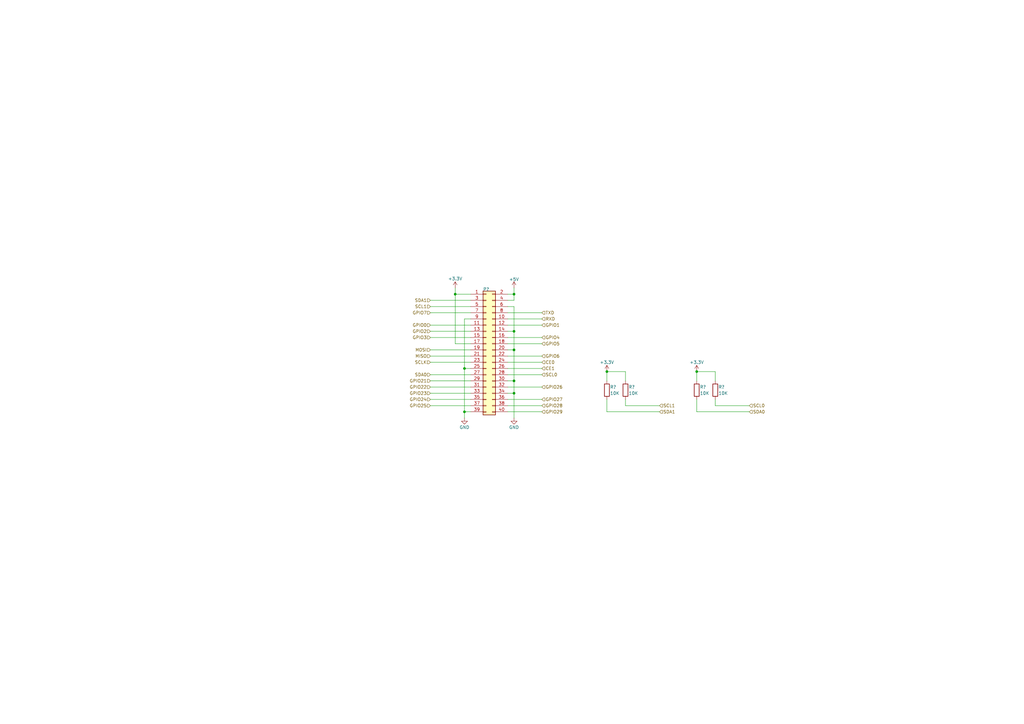
<source format=kicad_sch>
(kicad_sch (version 20230121) (generator eeschema)
  (paper "A3")
  (title_block (title "HPM6E00FULLPORTRevB") (date "2024-09-12") (rev "RevA") (comment 1 "RASPBERRY-PI"))
  (lib_symbols
    (symbol "02_HPM_Resistor:10K_0402" (pin_numbers hide) (pin_names (offset 0))
      (property "Reference" "R" (at 0 3.81 0))
      (property "Value" "10K" (at 0 6.35 0))
      (symbol "10K_0402_0_1"
        (rectangle (start 2.54 -1.016) (end -2.54 1.016) (stroke (width 0.254)))
      )
      (symbol "10K_0402_1_1"
        (pin passive line (at -3.81 0 0) (length 1.27) (name "~") (number "1"))
        (pin passive line (at 3.81 0 180) (length 1.27) (name "~") (number "2"))
      )
    )
    (symbol "05_HPM_Connector_PinHeader:Conn_02x20"
      (property "Reference" "J" (at 0 0 0))
      (property "Value" "Conn_02x20" (at 0 -55.88 0))
      (symbol "Conn_02x20_1_1"
        (rectangle (start 0 -49.4284) (end 1.27 -49.6824) (stroke (width 0.1524)))
        (rectangle (start 0 -46.8884) (end 1.27 -47.1424) (stroke (width 0.1524)))
        (rectangle (start 0 -44.3484) (end 1.27 -44.6024) (stroke (width 0.1524)))
        (rectangle (start 0 -41.8084) (end 1.27 -42.0624) (stroke (width 0.1524)))
        (rectangle (start 0 -39.2684) (end 1.27 -39.5224) (stroke (width 0.1524)))
        (rectangle (start 0 -36.7284) (end 1.27 -36.9824) (stroke (width 0.1524)))
        (rectangle (start 0 -34.1884) (end 1.27 -34.4424) (stroke (width 0.1524)))
        (rectangle (start 0 -31.6484) (end 1.27 -31.9024) (stroke (width 0.1524)))
        (rectangle (start 0 -29.1084) (end 1.27 -29.3624) (stroke (width 0.1524)))
        (rectangle (start 0 -26.5684) (end 1.27 -26.8224) (stroke (width 0.1524)))
        (rectangle (start 0 -24.003) (end 1.27 -24.257) (stroke (width 0.1524)))
        (rectangle (start 0 -21.463) (end 1.27 -21.717) (stroke (width 0.1524)))
        (rectangle (start 0 -18.923) (end 1.27 -19.177) (stroke (width 0.1524)))
        (rectangle (start 0 -16.383) (end 1.27 -16.637) (stroke (width 0.1524)))
        (rectangle (start 0 -13.843) (end 1.27 -14.097) (stroke (width 0.1524)))
        (rectangle (start 0 -11.303) (end 1.27 -11.557) (stroke (width 0.1524)))
        (rectangle (start 0 -8.763) (end 1.27 -9.017) (stroke (width 0.1524)))
        (rectangle (start 0 -6.223) (end 1.27 -6.477) (stroke (width 0.1524)))
        (rectangle (start 0 -3.683) (end 1.27 -3.937) (stroke (width 0.1524)))
        (rectangle (start 0 -1.143) (end 1.27 -1.397) (stroke (width 0.1524)))
        (rectangle (start 0 0) (end 5.08 -50.8) (stroke (width 0.254)) (fill (type background)))
        (rectangle (start 5.08 -49.4284) (end 3.81 -49.6824) (stroke (width 0.1524)))
        (rectangle (start 5.08 -46.8884) (end 3.81 -47.1424) (stroke (width 0.1524)))
        (rectangle (start 5.08 -44.3484) (end 3.81 -44.6024) (stroke (width 0.1524)))
        (rectangle (start 5.08 -41.8084) (end 3.81 -42.0624) (stroke (width 0.1524)))
        (rectangle (start 5.08 -39.2684) (end 3.81 -39.5224) (stroke (width 0.1524)))
        (rectangle (start 5.08 -36.7284) (end 3.81 -36.9824) (stroke (width 0.1524)))
        (rectangle (start 5.08 -34.1884) (end 3.81 -34.4424) (stroke (width 0.1524)))
        (rectangle (start 5.08 -31.6484) (end 3.81 -31.9024) (stroke (width 0.1524)))
        (rectangle (start 5.08 -29.1084) (end 3.81 -29.3624) (stroke (width 0.1524)))
        (rectangle (start 5.08 -26.5684) (end 3.81 -26.8224) (stroke (width 0.1524)))
        (rectangle (start 5.08 -24.003) (end 3.81 -24.257) (stroke (width 0.1524)))
        (rectangle (start 5.08 -21.463) (end 3.81 -21.717) (stroke (width 0.1524)))
        (rectangle (start 5.08 -18.923) (end 3.81 -19.177) (stroke (width 0.1524)))
        (rectangle (start 5.08 -16.383) (end 3.81 -16.637) (stroke (width 0.1524)))
        (rectangle (start 5.08 -13.843) (end 3.81 -14.097) (stroke (width 0.1524)))
        (rectangle (start 5.08 -11.303) (end 3.81 -11.557) (stroke (width 0.1524)))
        (rectangle (start 5.08 -8.763) (end 3.81 -9.017) (stroke (width 0.1524)))
        (rectangle (start 5.08 -6.223) (end 3.81 -6.477) (stroke (width 0.1524)))
        (rectangle (start 5.08 -3.683) (end 3.81 -3.937) (stroke (width 0.1524)))
        (rectangle (start 5.08 -1.143) (end 3.81 -1.397) (stroke (width 0.1524)))
        (pin passive line (at -5.08 -1.27 0) (length 5.08) (name "") (number "1"))
        (pin passive line (at 10.16 -11.43 180) (length 5.08) (name "") (number "10"))
        (pin passive line (at -5.08 -13.97 0) (length 5.08) (name "") (number "11"))
        (pin passive line (at 10.16 -13.97 180) (length 5.08) (name "") (number "12"))
        (pin passive line (at -5.08 -16.51 0) (length 5.08) (name "") (number "13"))
        (pin passive line (at 10.16 -16.51 180) (length 5.08) (name "") (number "14"))
        (pin passive line (at -5.08 -19.05 0) (length 5.08) (name "") (number "15"))
        (pin passive line (at 10.16 -19.05 180) (length 5.08) (name "") (number "16"))
        (pin passive line (at -5.08 -21.59 0) (length 5.08) (name "") (number "17"))
        (pin passive line (at 10.16 -21.59 180) (length 5.08) (name "") (number "18"))
        (pin passive line (at -5.08 -24.13 0) (length 5.08) (name "") (number "19"))
        (pin passive line (at 10.16 -1.27 180) (length 5.08) (name "") (number "2"))
        (pin passive line (at 10.16 -24.13 180) (length 5.08) (name "") (number "20"))
        (pin passive line (at -5.08 -26.67 0) (length 5.08) (name "") (number "21"))
        (pin passive line (at 10.16 -26.67 180) (length 5.08) (name "") (number "22"))
        (pin passive line (at -5.08 -29.21 0) (length 5.08) (name "") (number "23"))
        (pin passive line (at 10.16 -29.21 180) (length 5.08) (name "") (number "24"))
        (pin passive line (at -5.08 -31.75 0) (length 5.08) (name "") (number "25"))
        (pin passive line (at 10.16 -31.75 180) (length 5.08) (name "") (number "26"))
        (pin passive line (at -5.08 -34.29 0) (length 5.08) (name "") (number "27"))
        (pin passive line (at 10.16 -34.29 180) (length 5.08) (name "") (number "28"))
        (pin passive line (at -5.08 -36.83 0) (length 5.08) (name "") (number "29"))
        (pin passive line (at -5.08 -3.81 0) (length 5.08) (name "") (number "3"))
        (pin passive line (at 10.16 -36.83 180) (length 5.08) (name "") (number "30"))
        (pin passive line (at -5.08 -39.37 0) (length 5.08) (name "") (number "31"))
        (pin passive line (at 10.16 -39.37 180) (length 5.08) (name "") (number "32"))
        (pin passive line (at -5.08 -41.91 0) (length 5.08) (name "") (number "33"))
        (pin passive line (at 10.16 -41.91 180) (length 5.08) (name "") (number "34"))
        (pin passive line (at -5.08 -44.45 0) (length 5.08) (name "") (number "35"))
        (pin passive line (at 10.16 -44.45 180) (length 5.08) (name "") (number "36"))
        (pin passive line (at -5.08 -46.99 0) (length 5.08) (name "") (number "37"))
        (pin passive line (at 10.16 -46.99 180) (length 5.08) (name "") (number "38"))
        (pin passive line (at -5.08 -49.53 0) (length 5.08) (name "") (number "39"))
        (pin passive line (at 10.16 -3.81 180) (length 5.08) (name "") (number "4"))
        (pin passive line (at 10.16 -49.53 180) (length 5.08) (name "") (number "40"))
        (pin passive line (at -5.08 -6.35 0) (length 5.08) (name "") (number "5"))
        (pin passive line (at 10.16 -6.35 180) (length 5.08) (name "") (number "6"))
        (pin passive line (at -5.08 -8.89 0) (length 5.08) (name "") (number "7"))
        (pin passive line (at 10.16 -8.89 180) (length 5.08) (name "") (number "8"))
        (pin passive line (at -5.08 -11.43 0) (length 5.08) (name "") (number "9"))
      )
    )
    (symbol "98_POWER:GND" (power) (pin_names (offset 0))
      (property "Value" "GND" (at 0 -3.81 0))
      (symbol "GND_0_1"
        (polyline (pts (xy 0 0) (xy 0 -1.27) (xy 1.27 -1.27) (xy 0 -2.54) (xy -1.27 -1.27) (xy 0 -1.27)))
      )
      (symbol "GND_1_1"
        (pin power_in line (at 0 0 270) (length 0) hide (name "GND") (number "1"))
      )
    )
    (symbol "power:+3.3V" (power) (pin_names (offset 0))
      (property "Value" "+3.3V" (at 0 3.556 0))
      (symbol "+3.3V_0_1"
        (polyline (pts (xy -0.762 1.27) (xy 0 2.54)))
        (polyline (pts (xy 0 0) (xy 0 2.54)))
        (polyline (pts (xy 0 2.54) (xy 0.762 1.27)))
      )
      (symbol "+3.3V_1_1"
        (pin power_in line (at 0 0 90) (length 0) hide (name "+3.3V") (number "1"))
      )
    )
    (symbol "power:+5V" (power) (pin_names (offset 0))
      (property "Value" "+5V" (at 0 3.556 0))
      (symbol "+5V_0_1"
        (polyline (pts (xy -0.762 1.27) (xy 0 2.54)))
        (polyline (pts (xy 0 0) (xy 0 2.54)))
        (polyline (pts (xy 0 2.54) (xy 0.762 1.27)))
      )
      (symbol "+5V_1_1"
        (pin power_in line (at 0 0 90) (length 0) hide (name "+5V") (number "1"))
      )
    )
  )
  (junction (at 285.75 152.4))
  (junction (at 190.5 151.13))
  (junction (at 190.5 168.91))
  (junction (at 248.92 152.4))
  (junction (at 210.82 143.51))
  (junction (at 210.82 161.29))
  (junction (at 186.69 120.65))
  (junction (at 210.82 120.65))
  (junction (at 210.82 135.89))
  (junction (at 210.82 156.21))
  (wire (pts (xy 210.82 118.11) (xy 210.82 120.65)))
  (wire (pts (xy 210.82 125.73) (xy 210.82 135.89)))
  (wire (pts (xy 208.28 161.29) (xy 210.82 161.29)))
  (wire (pts (xy 208.28 133.35) (xy 222.25 133.35)))
  (wire (pts (xy 285.75 163.83) (xy 285.75 168.91)))
  (wire (pts (xy 176.53 156.21) (xy 193.04 156.21)))
  (wire (pts (xy 208.28 146.05) (xy 222.25 146.05)))
  (wire (pts (xy 293.37 152.4) (xy 285.75 152.4)))
  (wire (pts (xy 176.53 153.67) (xy 193.04 153.67)))
  (wire (pts (xy 256.54 163.83) (xy 256.54 166.37)))
  (wire (pts (xy 208.28 153.67) (xy 222.25 153.67)))
  (wire (pts (xy 293.37 166.37) (xy 307.34 166.37)))
  (wire (pts (xy 186.69 120.65) (xy 186.69 140.97)))
  (wire (pts (xy 176.53 161.29) (xy 193.04 161.29)))
  (wire (pts (xy 176.53 135.89) (xy 193.04 135.89)))
  (wire (pts (xy 208.28 166.37) (xy 222.25 166.37)))
  (wire (pts (xy 190.5 168.91) (xy 193.04 168.91)))
  (wire (pts (xy 208.28 120.65) (xy 210.82 120.65)))
  (wire (pts (xy 176.53 146.05) (xy 193.04 146.05)))
  (wire (pts (xy 186.69 140.97) (xy 193.04 140.97)))
  (wire (pts (xy 208.28 128.27) (xy 222.25 128.27)))
  (wire (pts (xy 248.92 152.4) (xy 248.92 156.21)))
  (wire (pts (xy 176.53 138.43) (xy 193.04 138.43)))
  (wire (pts (xy 210.82 143.51) (xy 210.82 156.21)))
  (wire (pts (xy 208.28 140.97) (xy 222.25 140.97)))
  (wire (pts (xy 176.53 128.27) (xy 193.04 128.27)))
  (wire (pts (xy 190.5 130.81) (xy 190.5 151.13)))
  (wire (pts (xy 186.69 118.11) (xy 186.69 120.65)))
  (wire (pts (xy 208.28 125.73) (xy 210.82 125.73)))
  (wire (pts (xy 248.92 163.83) (xy 248.92 168.91)))
  (wire (pts (xy 293.37 152.4) (xy 293.37 156.21)))
  (wire (pts (xy 186.69 120.65) (xy 193.04 120.65)))
  (wire (pts (xy 190.5 151.13) (xy 190.5 168.91)))
  (wire (pts (xy 293.37 163.83) (xy 293.37 166.37)))
  (wire (pts (xy 208.28 151.13) (xy 222.25 151.13)))
  (wire (pts (xy 176.53 125.73) (xy 193.04 125.73)))
  (wire (pts (xy 176.53 158.75) (xy 193.04 158.75)))
  (wire (pts (xy 176.53 163.83) (xy 193.04 163.83)))
  (wire (pts (xy 210.82 161.29) (xy 210.82 171.45)))
  (wire (pts (xy 208.28 168.91) (xy 222.25 168.91)))
  (wire (pts (xy 248.92 168.91) (xy 270.51 168.91)))
  (wire (pts (xy 256.54 152.4) (xy 256.54 156.21)))
  (wire (pts (xy 190.5 168.91) (xy 190.5 171.45)))
  (wire (pts (xy 208.28 143.51) (xy 210.82 143.51)))
  (wire (pts (xy 210.82 123.19) (xy 210.82 120.65)))
  (wire (pts (xy 193.04 130.81) (xy 190.5 130.81)))
  (wire (pts (xy 176.53 133.35) (xy 193.04 133.35)))
  (wire (pts (xy 208.28 135.89) (xy 210.82 135.89)))
  (wire (pts (xy 210.82 135.89) (xy 210.82 143.51)))
  (wire (pts (xy 208.28 123.19) (xy 210.82 123.19)))
  (wire (pts (xy 176.53 123.19) (xy 193.04 123.19)))
  (wire (pts (xy 176.53 148.59) (xy 193.04 148.59)))
  (wire (pts (xy 256.54 152.4) (xy 248.92 152.4)))
  (wire (pts (xy 208.28 156.21) (xy 210.82 156.21)))
  (wire (pts (xy 256.54 166.37) (xy 270.51 166.37)))
  (wire (pts (xy 176.53 143.51) (xy 193.04 143.51)))
  (wire (pts (xy 285.75 152.4) (xy 285.75 156.21)))
  (wire (pts (xy 208.28 138.43) (xy 222.25 138.43)))
  (wire (pts (xy 208.28 148.59) (xy 222.25 148.59)))
  (wire (pts (xy 190.5 151.13) (xy 193.04 151.13)))
  (wire (pts (xy 208.28 158.75) (xy 222.25 158.75)))
  (wire (pts (xy 208.28 130.81) (xy 222.25 130.81)))
  (wire (pts (xy 176.53 166.37) (xy 193.04 166.37)))
  (wire (pts (xy 208.28 163.83) (xy 222.25 163.83)))
  (wire (pts (xy 210.82 156.21) (xy 210.82 161.29)))
  (wire (pts (xy 285.75 168.91) (xy 307.34 168.91)))
  (text "${SHEETNAME}" (at 180.34 106.68 0) (effects (font (size 2.54 2.54) (thickness 0.508) bold) (justify left bottom)))
  (hierarchical_label "SCL0" (shape input) (at 307.34 166.37 0))
  (hierarchical_label "CE1" (shape input) (at 222.25 151.13 0))
  (hierarchical_label "GPIO5" (shape input) (at 222.25 140.97 0))
  (hierarchical_label "SCL1" (shape input) (at 176.53 125.73 180))
  (hierarchical_label "RXD" (shape input) (at 222.25 130.81 0))
  (hierarchical_label "SCL0" (shape input) (at 222.25 153.67 0))
  (hierarchical_label "GPIO6" (shape input) (at 222.25 146.05 0))
  (hierarchical_label "MISO" (shape input) (at 176.53 146.05 180))
  (hierarchical_label "CE0" (shape input) (at 222.25 148.59 0))
  (hierarchical_label "GPIO0" (shape input) (at 176.53 133.35 180))
  (hierarchical_label "SDA0" (shape input) (at 307.34 168.91 0))
  (hierarchical_label "GPIO24" (shape input) (at 176.53 163.83 180))
  (hierarchical_label "GPIO22" (shape input) (at 176.53 158.75 180))
  (hierarchical_label "SDA0" (shape input) (at 176.53 153.67 180))
  (hierarchical_label "GPIO4" (shape input) (at 222.25 138.43 0))
  (hierarchical_label "GPIO2" (shape input) (at 176.53 135.89 180))
  (hierarchical_label "GPIO3" (shape input) (at 176.53 138.43 180))
  (hierarchical_label "SCL1" (shape input) (at 270.51 166.37 0))
  (hierarchical_label "TXD" (shape input) (at 222.25 128.27 0))
  (hierarchical_label "SDA1" (shape input) (at 176.53 123.19 180))
  (hierarchical_label "GPIO21" (shape input) (at 176.53 156.21 180))
  (hierarchical_label "GPIO7" (shape input) (at 176.53 128.27 180))
  (hierarchical_label "GPIO29" (shape input) (at 222.25 168.91 0))
  (hierarchical_label "GPIO27" (shape input) (at 222.25 163.83 0))
  (hierarchical_label "SDA1" (shape input) (at 270.51 168.91 0))
  (hierarchical_label "GPIO25" (shape input) (at 176.53 166.37 180))
  (hierarchical_label "SCLK" (shape input) (at 176.53 148.59 180))
  (hierarchical_label "MOSI" (shape input) (at 176.53 143.51 180))
  (hierarchical_label "GPIO28" (shape input) (at 222.25 166.37 0))
  (hierarchical_label "GPIO1" (shape input) (at 222.25 133.35 0))
  (hierarchical_label "GPIO23" (shape input) (at 176.53 161.29 180))
  (hierarchical_label "GPIO26" (shape input) (at 222.25 158.75 0))
  (symbol (lib_id "05_HPM_Connector_PinHeader:Conn_02x20") (at 198.12 119.38 0) (unit 1)
    (property "Reference" "P?" (at 198.12 119.38 0) (effects (justify left bottom)))
    (property "Value" "双排排针2.54mm-40P" (effects hide))
    (property "Footprint" "05_HPM_Connector_PinHeader:PinHeader_2x20_P2.54mm_Vertical" (effects hide))
    (property "Model" "2.54mm 2*20P直针" (effects hide))
    (property "Company" " BOOMELE(博穆精密) " (effects hide))
    (instances (project "ART-PI" (path "" (reference "P?") (unit 1))) (project "HPM6200EVK" (path "" (reference "P?") (unit 1))) (project "HPM6E00FULLPORTRevB" (path "" (reference "P?") (unit 1)) (path "" (reference "P1") (unit 1))) (project "07-HPM5300-RASPBERRY-PI" (path "" (reference "P?") (unit 1))) (project "HPM5300 EVK REVC" (path "" (reference "P?") (unit 1))))
  )
  (symbol (lib_id "power:+3.3V") (at 285.75 152.4 0) (unit 1)
    (property "Reference" "#PWR?" (effects hide))
    (property "Value" "+3.3V" (at 285.75 148.59 0))
    (instances (project "HPM6E00-PA00-PA31-JTAG-BOOT-LED-KEY" (path "" (reference "#PWR?") (unit 1))) (project "HPM6E00 SKT Board BGA289_BDIF REVA" (path "" (reference "#PWR?") (unit 1))) (project "HPM5300-CON-JTAG" (path "" (reference "#PWR?") (unit 1))) (project "HPM6E00FULLPORTRevB" (path "" (reference "#PWR?") (unit 1)) (path "" (reference "#PWR0109") (unit 1)) (path "" (reference "#PWR?") (unit 1)) (path "" (reference "#PWR0170") (unit 1))) (project "HPM5300 SKT Board LQFP100 REVA" (path "" (reference "#PWR?") (unit 1))))
  )
  (symbol (lib_id "power:+3.3V") (at 186.69 118.11 0) (unit 1)
    (property "Reference" "#PWR?" (effects hide))
    (property "Value" "+3.3V" (at 186.69 114.3 0))
    (instances (project "HPM6E00-PA00-PA31-JTAG-BOOT-LED-KEY" (path "" (reference "#PWR?") (unit 1))) (project "HPM6E00 SKT Board BGA289_BDIF REVA" (path "" (reference "#PWR?") (unit 1))) (project "HPM5300-CON-JTAG" (path "" (reference "#PWR?") (unit 1))) (project "HPM6E00FULLPORTRevB" (path "" (reference "#PWR?") (unit 1)) (path "" (reference "#PWR0109") (unit 1)) (path "" (reference "#PWR?") (unit 1)) (path "" (reference "#PWR0165") (unit 1))) (project "HPM5300 SKT Board LQFP100 REVA" (path "" (reference "#PWR?") (unit 1))))
  )
  (symbol (lib_id "02_HPM_Resistor:10K_0402") (at 248.92 160.02 90) (unit 1)
    (property "Reference" "R?" (at 250.19 158.75 90) (effects (justify right)))
    (property "Value" "10K" (at 250.19 161.29 90) (effects (justify right)))
    (property "Footprint" "02_HPM_Resistor:R_0402_1005Metric" (effects hide))
    (property "Model" "0402WGF1002TCE" (effects hide))
    (property "Company" "UNI-ROYAL(厚声)" (effects hide))
    (instances (project "ART-PI" (path "" (reference "R?") (unit 1))) (project "HPM6E00FULLPORTRevB" (path "" (reference "R?") (unit 1)) (path "" (reference "R103") (unit 1))) (project "07-HPM5300-RASPBERRY-PI" (path "" (reference "R?") (unit 1))) (project "HPM5300 EVK REVC" (path "" (reference "R?") (unit 1))))
  )
  (symbol (lib_id "power:+5V") (at 210.82 118.11 0) (unit 1)
    (property "Reference" "#PWR?" (effects hide))
    (property "Value" "+5V" (at 210.82 114.554 0))
    (instances (project "ART-PI" (path "" (reference "#PWR?") (unit 1))) (project "HPM6200EVK" (path "" (reference "#PWR?") (unit 1))) (project "HPM6E00FULLPORTRevB" (path "" (reference "#PWR?") (unit 1)) (path "" (reference "#PWR0167") (unit 1))) (project "07-HPM5300-RASPBERRY-PI" (path "" (reference "#PWR?") (unit 1))) (project "HPM5300 EVK REVC" (path "" (reference "#PWR?") (unit 1))))
  )
  (symbol (lib_id "power:+3.3V") (at 248.92 152.4 0) (unit 1)
    (property "Reference" "#PWR?" (effects hide))
    (property "Value" "+3.3V" (at 248.92 148.59 0))
    (instances (project "HPM6E00-PA00-PA31-JTAG-BOOT-LED-KEY" (path "" (reference "#PWR?") (unit 1))) (project "HPM6E00 SKT Board BGA289_BDIF REVA" (path "" (reference "#PWR?") (unit 1))) (project "HPM5300-CON-JTAG" (path "" (reference "#PWR?") (unit 1))) (project "HPM6E00FULLPORTRevB" (path "" (reference "#PWR?") (unit 1)) (path "" (reference "#PWR0109") (unit 1)) (path "" (reference "#PWR?") (unit 1)) (path "" (reference "#PWR0169") (unit 1))) (project "HPM5300 SKT Board LQFP100 REVA" (path "" (reference "#PWR?") (unit 1))))
  )
  (symbol (lib_id "98_POWER:GND") (at 190.5 171.45 0) (unit 1)
    (property "Reference" "#PWR?" (effects hide))
    (property "Value" "GND" (at 190.5 175.26 0))
    (instances (project "ART-PI" (path "" (reference "#PWR?") (unit 1))) (project "HPM6200EVK" (path "" (reference "#PWR?") (unit 1))) (project "HPM6E00FULLPORTRevB" (path "" (reference "#PWR?") (unit 1)) (path "" (reference "#PWR0166") (unit 1))) (project "07-HPM5300-RASPBERRY-PI" (path "" (reference "#PWR?") (unit 1))) (project "HPM5300 EVK REVC" (path "" (reference "#PWR?") (unit 1))))
  )
  (symbol (lib_id "02_HPM_Resistor:10K_0402") (at 293.37 160.02 90) (unit 1)
    (property "Reference" "R?" (at 294.64 158.75 90) (effects (justify right)))
    (property "Value" "10K" (at 294.64 161.29 90) (effects (justify right)))
    (property "Footprint" "02_HPM_Resistor:R_0402_1005Metric" (effects hide))
    (property "Model" "0402WGF1002TCE" (effects hide))
    (property "Company" "UNI-ROYAL(厚声)" (effects hide))
    (instances (project "ART-PI" (path "" (reference "R?") (unit 1))) (project "HPM6E00FULLPORTRevB" (path "" (reference "R?") (unit 1)) (path "" (reference "R106") (unit 1))) (project "07-HPM5300-RASPBERRY-PI" (path "" (reference "R?") (unit 1))) (project "HPM5300 EVK REVC" (path "" (reference "R?") (unit 1))))
  )
  (symbol (lib_id "02_HPM_Resistor:10K_0402") (at 285.75 160.02 90) (unit 1)
    (property "Reference" "R?" (at 287.02 158.75 90) (effects (justify right)))
    (property "Value" "10K" (at 287.02 161.29 90) (effects (justify right)))
    (property "Footprint" "02_HPM_Resistor:R_0402_1005Metric" (effects hide))
    (property "Model" "0402WGF1002TCE" (effects hide))
    (property "Company" "UNI-ROYAL(厚声)" (effects hide))
    (instances (project "ART-PI" (path "" (reference "R?") (unit 1))) (project "HPM6E00FULLPORTRevB" (path "" (reference "R?") (unit 1)) (path "" (reference "R105") (unit 1))) (project "07-HPM5300-RASPBERRY-PI" (path "" (reference "R?") (unit 1))) (project "HPM5300 EVK REVC" (path "" (reference "R?") (unit 1))))
  )
  (symbol (lib_id "98_POWER:GND") (at 210.82 171.45 0) (unit 1)
    (property "Reference" "#PWR?" (effects hide))
    (property "Value" "GND" (at 210.82 175.26 0))
    (instances (project "ART-PI" (path "" (reference "#PWR?") (unit 1))) (project "HPM6200EVK" (path "" (reference "#PWR?") (unit 1))) (project "HPM6E00FULLPORTRevB" (path "" (reference "#PWR?") (unit 1)) (path "" (reference "#PWR0168") (unit 1))) (project "07-HPM5300-RASPBERRY-PI" (path "" (reference "#PWR?") (unit 1))) (project "HPM5300 EVK REVC" (path "" (reference "#PWR?") (unit 1))))
  )
  (symbol (lib_id "02_HPM_Resistor:10K_0402") (at 256.54 160.02 90) (unit 1)
    (property "Reference" "R?" (at 257.81 158.75 90) (effects (justify right)))
    (property "Value" "10K" (at 257.81 161.29 90) (effects (justify right)))
    (property "Footprint" "02_HPM_Resistor:R_0402_1005Metric" (effects hide))
    (property "Model" "0402WGF1002TCE" (effects hide))
    (property "Company" "UNI-ROYAL(厚声)" (effects hide))
    (instances (project "ART-PI" (path "" (reference "R?") (unit 1))) (project "HPM6E00FULLPORTRevB" (path "" (reference "R?") (unit 1)) (path "" (reference "R104") (unit 1))) (project "07-HPM5300-RASPBERRY-PI" (path "" (reference "R?") (unit 1))) (project "HPM5300 EVK REVC" (path "" (reference "R?") (unit 1))))
  )
)
</source>
